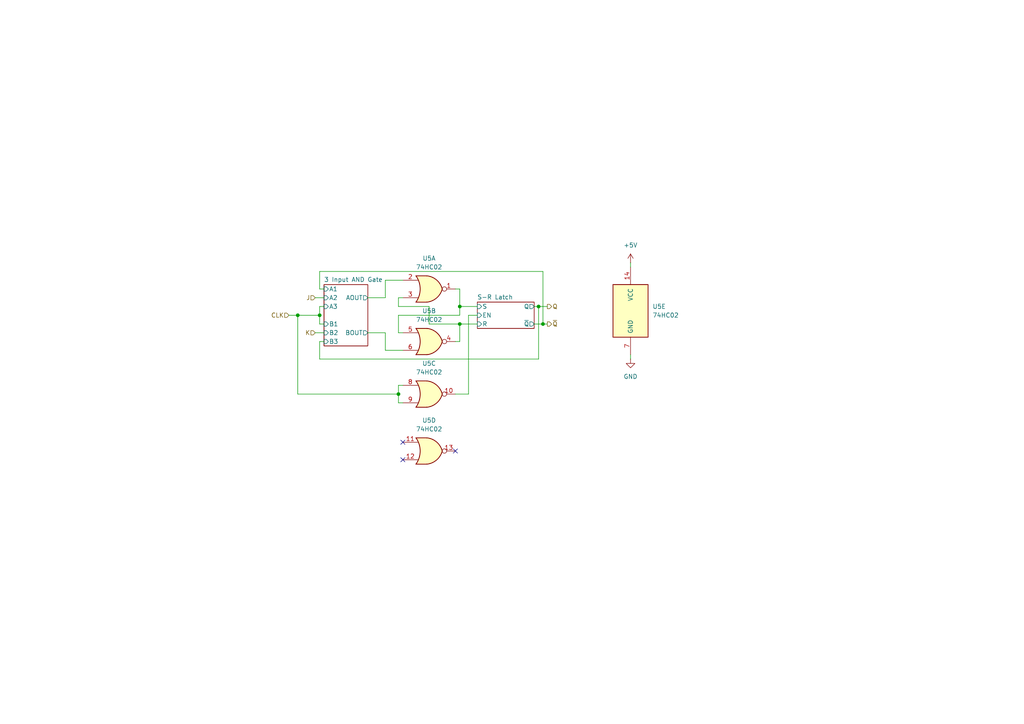
<source format=kicad_sch>
(kicad_sch (version 20250114) (generator "eeschema") (generator_version "9.0")
  (paper "A4")
  (lib_symbols
    (symbol "74xx:74HC02" (pin_names (offset 1.016))
      (property "Reference" "U" (at 0 1.27 0))
      (property "Value" "74HC02" (at 0 -1.27 0))
      (symbol "74HC02_1_1"
        (arc (start -3.81 3.81) (mid -2.589 0) (end -3.81 -3.81) (stroke (width 0.254)))
        (polyline (pts (xy -3.81 3.81) (xy -0.635 3.81)) (stroke (width 0.254)) (fill (type background)))
        (polyline (pts (xy -3.81 -3.81) (xy -0.635 -3.81)) (stroke (width 0.254)) (fill (type background)))
        (arc (start 3.81 0) (mid 2.1855 -2.584) (end -0.6096 -3.81) (stroke (width 0.254)) (fill (type background)))
        (arc (start -0.6096 3.81) (mid 2.1928 2.5924) (end 3.81 0) (stroke (width 0.254)) (fill (type background)))
        (polyline (pts (xy -0.635 3.81) (xy -3.81 3.81) (xy -3.81 3.81) (xy -3.556 3.4036) (xy -3.0226 2.2606) (xy -2.6924 1.0414) (xy -2.6162 -0.254) (xy -2.7686 -1.4986) (xy -3.175 -2.7178) (xy -3.81 -3.81) (xy -3.81 -3.81) (xy -0.635 -3.81)) (stroke (width -25.4)) (fill (type background)))
        (pin input line (at -7.62 2.54 0) (length 4.318) (name "~") (number "2"))
        (pin input line (at -7.62 -2.54 0) (length 4.318) (name "~") (number "3"))
        (pin output inverted (at 7.62 0 180) (length 3.81) (name "~") (number "1"))
      )
      (symbol "74HC02_1_2"
        (arc (start 0 3.81) (mid 3.7934 0) (end 0 -3.81) (stroke (width 0.254)) (fill (type background)))
        (polyline (pts (xy 0 3.81) (xy -3.81 3.81) (xy -3.81 -3.81) (xy 0 -3.81)) (stroke (width 0.254)) (fill (type background)))
        (pin input inverted (at -7.62 2.54 0) (length 3.81) (name "~") (number "2"))
        (pin input inverted (at -7.62 -2.54 0) (length 3.81) (name "~") (number "3"))
        (pin output line (at 7.62 0 180) (length 3.81) (name "~") (number "1"))
      )
      (symbol "74HC02_2_1"
        (arc (start -3.81 3.81) (mid -2.589 0) (end -3.81 -3.81) (stroke (width 0.254)))
        (polyline (pts (xy -3.81 3.81) (xy -0.635 3.81)) (stroke (width 0.254)) (fill (type background)))
        (polyline (pts (xy -3.81 -3.81) (xy -0.635 -3.81)) (stroke (width 0.254)) (fill (type background)))
        (arc (start 3.81 0) (mid 2.1855 -2.584) (end -0.6096 -3.81) (stroke (width 0.254)) (fill (type background)))
        (arc (start -0.6096 3.81) (mid 2.1928 2.5924) (end 3.81 0) (stroke (width 0.254)) (fill (type background)))
        (polyline (pts (xy -0.635 3.81) (xy -3.81 3.81) (xy -3.81 3.81) (xy -3.556 3.4036) (xy -3.0226 2.2606) (xy -2.6924 1.0414) (xy -2.6162 -0.254) (xy -2.7686 -1.4986) (xy -3.175 -2.7178) (xy -3.81 -3.81) (xy -3.81 -3.81) (xy -0.635 -3.81)) (stroke (width -25.4)) (fill (type background)))
        (pin input line (at -7.62 2.54 0) (length 4.318) (name "~") (number "5"))
        (pin input line (at -7.62 -2.54 0) (length 4.318) (name "~") (number "6"))
        (pin output inverted (at 7.62 0 180) (length 3.81) (name "~") (number "4"))
      )
      (symbol "74HC02_2_2"
        (arc (start 0 3.81) (mid 3.7934 0) (end 0 -3.81) (stroke (width 0.254)) (fill (type background)))
        (polyline (pts (xy 0 3.81) (xy -3.81 3.81) (xy -3.81 -3.81) (xy 0 -3.81)) (stroke (width 0.254)) (fill (type background)))
        (pin input inverted (at -7.62 2.54 0) (length 3.81) (name "~") (number "5"))
        (pin input inverted (at -7.62 -2.54 0) (length 3.81) (name "~") (number "6"))
        (pin output line (at 7.62 0 180) (length 3.81) (name "~") (number "4"))
      )
      (symbol "74HC02_3_1"
        (arc (start -3.81 3.81) (mid -2.589 0) (end -3.81 -3.81) (stroke (width 0.254)))
        (polyline (pts (xy -3.81 3.81) (xy -0.635 3.81)) (stroke (width 0.254)) (fill (type background)))
        (polyline (pts (xy -3.81 -3.81) (xy -0.635 -3.81)) (stroke (width 0.254)) (fill (type background)))
        (arc (start 3.81 0) (mid 2.1855 -2.584) (end -0.6096 -3.81) (stroke (width 0.254)) (fill (type background)))
        (arc (start -0.6096 3.81) (mid 2.1928 2.5924) (end 3.81 0) (stroke (width 0.254)) (fill (type background)))
        (polyline (pts (xy -0.635 3.81) (xy -3.81 3.81) (xy -3.81 3.81) (xy -3.556 3.4036) (xy -3.0226 2.2606) (xy -2.6924 1.0414) (xy -2.6162 -0.254) (xy -2.7686 -1.4986) (xy -3.175 -2.7178) (xy -3.81 -3.81) (xy -3.81 -3.81) (xy -0.635 -3.81)) (stroke (width -25.4)) (fill (type background)))
        (pin input line (at -7.62 2.54 0) (length 4.318) (name "~") (number "8"))
        (pin input line (at -7.62 -2.54 0) (length 4.318) (name "~") (number "9"))
        (pin output inverted (at 7.62 0 180) (length 3.81) (name "~") (number "10"))
      )
      (symbol "74HC02_3_2"
        (arc (start 0 3.81) (mid 3.7934 0) (end 0 -3.81) (stroke (width 0.254)) (fill (type background)))
        (polyline (pts (xy 0 3.81) (xy -3.81 3.81) (xy -3.81 -3.81) (xy 0 -3.81)) (stroke (width 0.254)) (fill (type background)))
        (pin input inverted (at -7.62 2.54 0) (length 3.81) (name "~") (number "8"))
        (pin input inverted (at -7.62 -2.54 0) (length 3.81) (name "~") (number "9"))
        (pin output line (at 7.62 0 180) (length 3.81) (name "~") (number "10"))
      )
      (symbol "74HC02_4_1"
        (arc (start -3.81 3.81) (mid -2.589 0) (end -3.81 -3.81) (stroke (width 0.254)))
        (polyline (pts (xy -3.81 3.81) (xy -0.635 3.81)) (stroke (width 0.254)) (fill (type background)))
        (polyline (pts (xy -3.81 -3.81) (xy -0.635 -3.81)) (stroke (width 0.254)) (fill (type background)))
        (arc (start 3.81 0) (mid 2.1855 -2.584) (end -0.6096 -3.81) (stroke (width 0.254)) (fill (type background)))
        (arc (start -0.6096 3.81) (mid 2.1928 2.5924) (end 3.81 0) (stroke (width 0.254)) (fill (type background)))
        (polyline (pts (xy -0.635 3.81) (xy -3.81 3.81) (xy -3.81 3.81) (xy -3.556 3.4036) (xy -3.0226 2.2606) (xy -2.6924 1.0414) (xy -2.6162 -0.254) (xy -2.7686 -1.4986) (xy -3.175 -2.7178) (xy -3.81 -3.81) (xy -3.81 -3.81) (xy -0.635 -3.81)) (stroke (width -25.4)) (fill (type background)))
        (pin input line (at -7.62 2.54 0) (length 4.318) (name "~") (number "11"))
        (pin input line (at -7.62 -2.54 0) (length 4.318) (name "~") (number "12"))
        (pin output inverted (at 7.62 0 180) (length 3.81) (name "~") (number "13"))
      )
      (symbol "74HC02_4_2"
        (arc (start 0 3.81) (mid 3.7934 0) (end 0 -3.81) (stroke (width 0.254)) (fill (type background)))
        (polyline (pts (xy 0 3.81) (xy -3.81 3.81) (xy -3.81 -3.81) (xy 0 -3.81)) (stroke (width 0.254)) (fill (type background)))
        (pin input inverted (at -7.62 2.54 0) (length 3.81) (name "~") (number "11"))
        (pin input inverted (at -7.62 -2.54 0) (length 3.81) (name "~") (number "12"))
        (pin output line (at 7.62 0 180) (length 3.81) (name "~") (number "13"))
      )
      (symbol "74HC02_5_0"
        (pin power_in line (at 0 12.7 270) (length 5.08) (name "VCC") (number "14"))
        (pin power_in line (at 0 -12.7 90) (length 5.08) (name "GND") (number "7"))
      )
      (symbol "74HC02_5_1"
        (rectangle (start -5.08 7.62) (end 5.08 -7.62) (stroke (width 0.254)) (fill (type background)))
      )
    )
    (symbol "power:+5V" (power) (pin_numbers (hide yes)) (pin_names (offset 0) (hide yes))
      (property "Value" "+5V" (at 0 3.556 0))
      (symbol "+5V_0_1"
        (polyline (pts (xy -0.762 1.27) (xy 0 2.54)))
        (polyline (pts (xy 0 2.54) (xy 0.762 1.27)))
        (polyline (pts (xy 0 0) (xy 0 2.54)))
      )
      (symbol "+5V_1_1"
        (pin power_in line (at 0 0 90) (length 0) (name "~") (number "1"))
      )
    )
    (symbol "power:GND" (power) (pin_numbers (hide yes)) (pin_names (offset 0) (hide yes))
      (property "Value" "GND" (at 0 -3.81 0))
      (symbol "GND_0_1"
        (polyline (pts (xy 0 0) (xy 0 -1.27) (xy 1.27 -1.27) (xy 0 -2.54) (xy -1.27 -1.27) (xy 0 -1.27)))
      )
      (symbol "GND_1_1"
        (pin power_in line (at 0 0 270) (length 0) (name "~") (number "1"))
      )
    )
  )
  (junction (at 86.36 91.44))
  (junction (at 133.35 88.9))
  (junction (at 92.71 91.44))
  (junction (at 156.21 88.9))
  (junction (at 157.48 93.98))
  (junction (at 115.57 114.3))
  (junction (at 133.35 93.98))
  (no_connect (at 116.84 133.35))
  (no_connect (at 116.84 128.27))
  (no_connect (at 132.08 130.81))
  (wire (pts (xy 115.57 114.3) (xy 115.57 116.84)))
  (wire (pts (xy 91.44 86.36) (xy 93.98 86.36)))
  (wire (pts (xy 157.48 78.74) (xy 92.71 78.74)))
  (wire (pts (xy 135.89 114.3) (xy 135.89 91.44)))
  (wire (pts (xy 133.35 88.9) (xy 133.35 91.44)))
  (wire (pts (xy 154.94 88.9) (xy 156.21 88.9)))
  (wire (pts (xy 115.57 86.36) (xy 116.84 86.36)))
  (wire (pts (xy 182.88 102.87) (xy 182.88 104.14)))
  (wire (pts (xy 92.71 78.74) (xy 92.71 83.82)))
  (wire (pts (xy 92.71 83.82) (xy 93.98 83.82)))
  (wire (pts (xy 115.57 116.84) (xy 116.84 116.84)))
  (wire (pts (xy 106.68 86.36) (xy 111.76 86.36)))
  (wire (pts (xy 132.08 114.3) (xy 135.89 114.3)))
  (wire (pts (xy 157.48 93.98) (xy 158.75 93.98)))
  (wire (pts (xy 111.76 86.36) (xy 111.76 81.28)))
  (wire (pts (xy 115.57 114.3) (xy 86.36 114.3)))
  (wire (pts (xy 91.44 96.52) (xy 93.98 96.52)))
  (wire (pts (xy 92.71 99.06) (xy 93.98 99.06)))
  (wire (pts (xy 182.88 76.2) (xy 182.88 77.47)))
  (wire (pts (xy 92.71 93.98) (xy 93.98 93.98)))
  (wire (pts (xy 111.76 81.28) (xy 116.84 81.28)))
  (wire (pts (xy 132.08 83.82) (xy 133.35 83.82)))
  (wire (pts (xy 156.21 88.9) (xy 158.75 88.9)))
  (wire (pts (xy 124.46 93.98) (xy 124.46 88.9)))
  (wire (pts (xy 116.84 111.76) (xy 115.57 111.76)))
  (wire (pts (xy 86.36 114.3) (xy 86.36 91.44)))
  (wire (pts (xy 92.71 104.14) (xy 92.71 99.06)))
  (wire (pts (xy 133.35 91.44) (xy 115.57 91.44)))
  (wire (pts (xy 115.57 111.76) (xy 115.57 114.3)))
  (wire (pts (xy 124.46 88.9) (xy 115.57 88.9)))
  (wire (pts (xy 111.76 96.52) (xy 111.76 101.6)))
  (wire (pts (xy 133.35 93.98) (xy 124.46 93.98)))
  (wire (pts (xy 135.89 91.44) (xy 138.43 91.44)))
  (wire (pts (xy 111.76 101.6) (xy 116.84 101.6)))
  (wire (pts (xy 157.48 93.98) (xy 157.48 78.74)))
  (wire (pts (xy 93.98 88.9) (xy 92.71 88.9)))
  (wire (pts (xy 115.57 96.52) (xy 116.84 96.52)))
  (wire (pts (xy 115.57 91.44) (xy 115.57 96.52)))
  (wire (pts (xy 132.08 99.06) (xy 133.35 99.06)))
  (wire (pts (xy 133.35 99.06) (xy 133.35 93.98)))
  (wire (pts (xy 154.94 93.98) (xy 157.48 93.98)))
  (wire (pts (xy 92.71 88.9) (xy 92.71 91.44)))
  (wire (pts (xy 133.35 83.82) (xy 133.35 88.9)))
  (wire (pts (xy 156.21 88.9) (xy 156.21 104.14)))
  (wire (pts (xy 115.57 88.9) (xy 115.57 86.36)))
  (wire (pts (xy 92.71 91.44) (xy 92.71 93.98)))
  (wire (pts (xy 106.68 96.52) (xy 111.76 96.52)))
  (wire (pts (xy 133.35 88.9) (xy 138.43 88.9)))
  (wire (pts (xy 83.82 91.44) (xy 86.36 91.44)))
  (wire (pts (xy 133.35 93.98) (xy 138.43 93.98)))
  (wire (pts (xy 86.36 91.44) (xy 92.71 91.44)))
  (wire (pts (xy 156.21 104.14) (xy 92.71 104.14)))
  (hierarchical_label "CLK" (shape input) (at 83.82 91.44 180))
  (hierarchical_label "Q" (shape output) (at 158.75 88.9 0))
  (hierarchical_label "~{Q}" (shape output) (at 158.75 93.98 0))
  (hierarchical_label "K" (shape input) (at 91.44 96.52 180))
  (hierarchical_label "J" (shape input) (at 91.44 86.36 180))
  (symbol (lib_id "power:GND") (at 182.88 104.14 0) (unit 1)
    (property "Reference" "#PWR021" (effects (hide yes)))
    (property "Value" "GND" (at 182.88 109.22 0))
    (property "Description" "Power symbol creates a global label with name \"GND\" , ground" (effects (hide yes)))
    (instances (project "binary-counter" (path "" (reference "#PWR021") (unit 1)) (path "" (reference "#PWR039") (unit 1)) (path "" (reference "#PWR027") (unit 1)) (path "" (reference "#PWR033") (unit 1))))
  )
  (symbol (lib_id "power:+5V") (at 182.88 76.2 0) (unit 1)
    (property "Reference" "#PWR020" (effects (hide yes)))
    (property "Value" "+5V" (at 182.88 71.12 0))
    (property "Description" "Power symbol creates a global label with name \"+5V\"" (effects (hide yes)))
    (instances (project "binary-counter" (path "" (reference "#PWR020") (unit 1)) (path "" (reference "#PWR038") (unit 1)) (path "" (reference "#PWR026") (unit 1)) (path "" (reference "#PWR032") (unit 1))))
  )
  (symbol (lib_id "74xx:74HC02") (at 182.88 90.17 0) (unit 5)
    (property "Reference" "U5" (at 189.23 88.8999 0) (effects (justify left)))
    (property "Value" "74HC02" (at 189.23 91.4399 0) (effects (justify left)))
    (property "Footprint" "Package_DIP:DIP-14_W7.62mm_Socket" (effects (hide yes)))
    (property "Datasheet" "http://www.ti.com/lit/gpn/sn74hc02" (effects (hide yes)))
    (property "Description" "quad 2-input NOR gate" (effects (hide yes)))
    (instances (project "" (path "" (reference "U5") (unit 5)) (path "" (reference "U14") (unit 5)) (path "" (reference "U8") (unit 5)) (path "" (reference "U11") (unit 5))))
  )
  (symbol (lib_id "74xx:74HC02") (at 124.46 130.81 0) (unit 4)
    (property "Reference" "U5" (at 124.46 121.92 0))
    (property "Value" "74HC02" (at 124.46 124.46 0))
    (property "Footprint" "Package_DIP:DIP-14_W7.62mm_Socket" (effects (hide yes)))
    (property "Datasheet" "http://www.ti.com/lit/gpn/sn74hc02" (effects (hide yes)))
    (property "Description" "quad 2-input NOR gate" (effects (hide yes)))
    (instances (project "" (path "" (reference "U5") (unit 4)) (path "" (reference "U14") (unit 4)) (path "" (reference "U8") (unit 4)) (path "" (reference "U11") (unit 4))))
  )
  (symbol (lib_id "74xx:74HC02") (at 124.46 114.3 0) (unit 3)
    (property "Reference" "U5" (at 124.46 105.41 0))
    (property "Value" "74HC02" (at 124.46 107.95 0))
    (property "Footprint" "Package_DIP:DIP-14_W7.62mm_Socket" (effects (hide yes)))
    (property "Datasheet" "http://www.ti.com/lit/gpn/sn74hc02" (effects (hide yes)))
    (property "Description" "quad 2-input NOR gate" (effects (hide yes)))
    (instances (project "" (path "" (reference "U5") (unit 3)) (path "" (reference "U14") (unit 3)) (path "" (reference "U8") (unit 3)) (path "" (reference "U11") (unit 3))))
  )
  (symbol (lib_id "74xx:74HC02") (at 124.46 83.82 0) (unit 1)
    (property "Reference" "U5" (at 124.46 74.93 0))
    (property "Value" "74HC02" (at 124.46 77.47 0))
    (property "Footprint" "Package_DIP:DIP-14_W7.62mm_Socket" (effects (hide yes)))
    (property "Datasheet" "http://www.ti.com/lit/gpn/sn74hc02" (effects (hide yes)))
    (property "Description" "quad 2-input NOR gate" (effects (hide yes)))
    (instances (project "" (path "" (reference "U5") (unit 1)) (path "" (reference "U14") (unit 1)) (path "" (reference "U8") (unit 1)) (path "" (reference "U11") (unit 1))))
  )
  (symbol (lib_id "74xx:74HC02") (at 124.46 99.06 0) (unit 2)
    (property "Reference" "U5" (at 124.46 90.17 0))
    (property "Value" "74HC02" (at 124.46 92.71 0))
    (property "Footprint" "Package_DIP:DIP-14_W7.62mm_Socket" (effects (hide yes)))
    (property "Datasheet" "http://www.ti.com/lit/gpn/sn74hc02" (effects (hide yes)))
    (property "Description" "quad 2-input NOR gate" (effects (hide yes)))
    (instances (project "" (path "" (reference "U5") (unit 2)) (path "" (reference "U14") (unit 2)) (path "" (reference "U8") (unit 2)) (path "" (reference "U11") (unit 2))))
  )
  (sheet (at 93.98 82.55) (size 12.7 17.78) (stroke (width 0.1524))
    (property "Sheetname" "3 Input AND Gate" (at 93.98 81.8384 0) (effects (justify left bottom)))
    (property "Sheetfile" "3-input-and-gate.kicad_sch" (effects (hide yes)))
    (pin "A1" input (at 93.98 83.82 180))
    (pin "A2" input (at 93.98 86.36 180))
    (pin "A3" input (at 93.98 88.9 180))
    (pin "AOUT" output (at 106.68 86.36 0))
    (pin "B1" input (at 93.98 93.98 180))
    (pin "B2" input (at 93.98 96.52 180))
    (pin "B3" input (at 93.98 99.06 180))
    (pin "BOUT" output (at 106.68 96.52 0))
  )
  (sheet (at 138.43 87.63) (size 16.51 7.62) (stroke (width 0.1524))
    (property "Sheetname" "S-R Latch" (at 138.43 86.9184 0) (effects (justify left bottom)))
    (property "Sheetfile" "sr-latch.kicad_sch" (effects (hide yes)))
    (pin "EN" input (at 138.43 91.44 180))
    (pin "Q" output (at 154.94 88.9 0))
    (pin "R" input (at 138.43 93.98 180))
    (pin "S" input (at 138.43 88.9 180))
    (pin "~{Q}" output (at 154.94 93.98 0))
  )
)
</source>
